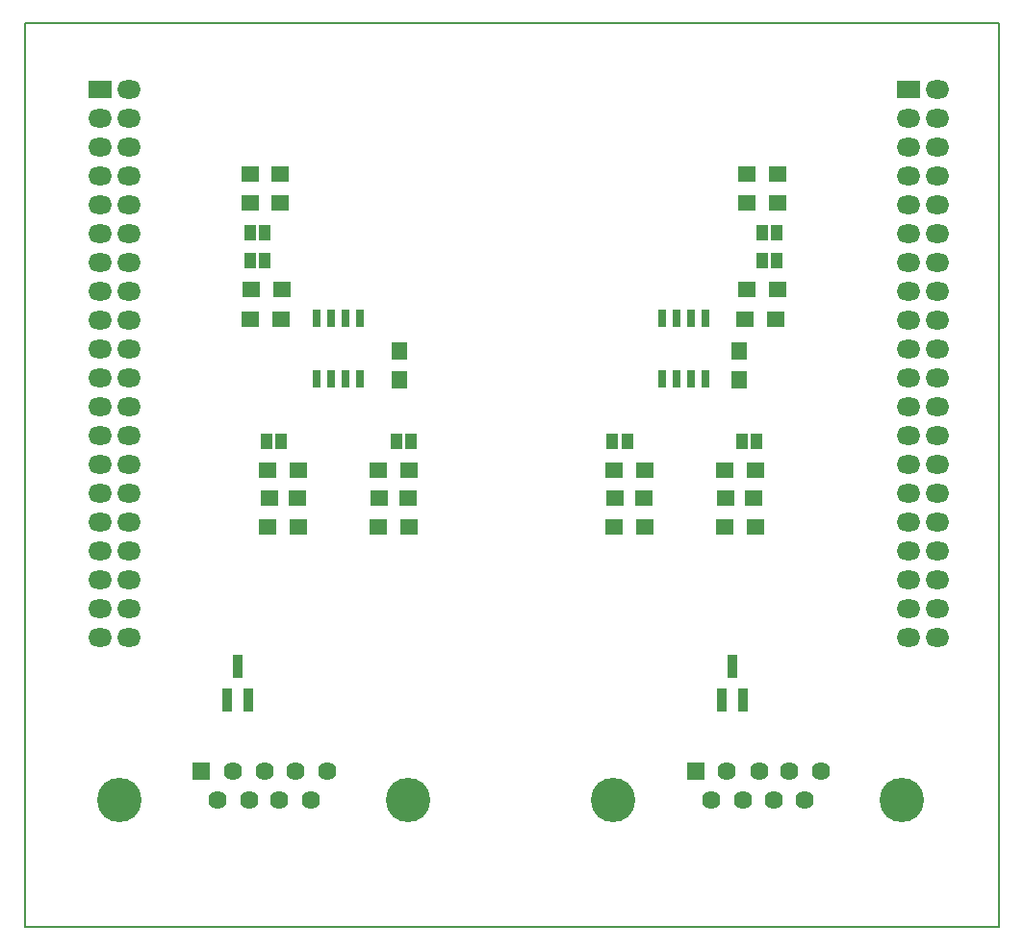
<source format=gbr>
G04 #@! TF.FileFunction,Soldermask,Top*
%FSLAX46Y46*%
G04 Gerber Fmt 4.6, Leading zero omitted, Abs format (unit mm)*
G04 Created by KiCad (PCBNEW 4.0.7-e2-6376~58~ubuntu16.04.1) date Thu Oct 11 01:20:23 2018*
%MOMM*%
%LPD*%
G01*
G04 APERTURE LIST*
%ADD10C,0.100000*%
%ADD11C,0.150000*%
%ADD12R,1.600000X1.400000*%
%ADD13R,1.600000X1.350000*%
%ADD14R,1.350000X1.600000*%
%ADD15R,1.070000X1.370000*%
%ADD16C,3.910000*%
%ADD17R,1.620000X1.620000*%
%ADD18C,1.620000*%
%ADD19R,0.700000X1.650000*%
%ADD20R,0.900000X2.000000*%
%ADD21R,2.100000X1.624000*%
%ADD22O,2.100000X1.624000*%
G04 APERTURE END LIST*
D10*
D11*
X151500000Y-133950000D02*
X65800000Y-133950000D01*
X65800000Y-133950000D02*
X65800000Y-54395000D01*
X151500000Y-54395000D02*
X151500000Y-133950000D01*
X65800000Y-54395000D02*
X151500000Y-54395000D01*
D12*
X88300000Y-80450000D03*
X85600000Y-80450000D03*
X129250000Y-67650000D03*
X131950000Y-67650000D03*
X85650000Y-77850000D03*
X88350000Y-77850000D03*
X131950000Y-70250000D03*
X129250000Y-70250000D03*
D13*
X117700000Y-96250000D03*
X120200000Y-96250000D03*
X127400000Y-96250000D03*
X129900000Y-96250000D03*
X99450000Y-96250000D03*
X96950000Y-96250000D03*
X89750000Y-96250000D03*
X87250000Y-96250000D03*
D14*
X128600000Y-83300000D03*
X128600000Y-85800000D03*
X98700000Y-83300000D03*
X98700000Y-85800000D03*
D15*
X85560000Y-72850000D03*
X86840000Y-72850000D03*
X85560000Y-75350000D03*
X86840000Y-75350000D03*
X131900000Y-75350000D03*
X130620000Y-75350000D03*
X131900000Y-72850000D03*
X130620000Y-72850000D03*
D16*
X117510000Y-122850000D03*
X142910000Y-122850000D03*
D17*
X124750000Y-120310000D03*
D18*
X127540000Y-120310000D03*
X130340000Y-120310000D03*
X133000000Y-120310000D03*
X135800000Y-120310000D03*
X134400000Y-122850000D03*
X131610000Y-122850000D03*
X128940000Y-122850000D03*
X126150000Y-122850000D03*
D16*
X74050000Y-122850000D03*
X99450000Y-122850000D03*
D17*
X81290000Y-120310000D03*
D18*
X84080000Y-120310000D03*
X86880000Y-120310000D03*
X89540000Y-120310000D03*
X92340000Y-120310000D03*
X90940000Y-122850000D03*
X88150000Y-122850000D03*
X85480000Y-122850000D03*
X82690000Y-122850000D03*
D15*
X128860000Y-91250000D03*
X130140000Y-91250000D03*
X117460000Y-91250000D03*
X118740000Y-91250000D03*
X98460000Y-91250000D03*
X99740000Y-91250000D03*
X87060000Y-91250000D03*
X88340000Y-91250000D03*
D12*
X120300000Y-93750000D03*
X117600000Y-93750000D03*
X120300000Y-98750000D03*
X117600000Y-98750000D03*
X89850000Y-98750000D03*
X87150000Y-98750000D03*
X89850000Y-93750000D03*
X87150000Y-93750000D03*
X130000000Y-93750000D03*
X127300000Y-93750000D03*
X130000000Y-98750000D03*
X127300000Y-98750000D03*
X99550000Y-98750000D03*
X96850000Y-98750000D03*
X99550000Y-93750000D03*
X96850000Y-93750000D03*
D19*
X125605000Y-80350000D03*
X124335000Y-80350000D03*
X123065000Y-80350000D03*
X121795000Y-80350000D03*
X121795000Y-85750000D03*
X123065000Y-85750000D03*
X124335000Y-85750000D03*
X125605000Y-85750000D03*
X95205000Y-80350000D03*
X93935000Y-80350000D03*
X92665000Y-80350000D03*
X91395000Y-80350000D03*
X91395000Y-85750000D03*
X92665000Y-85750000D03*
X93935000Y-85750000D03*
X95205000Y-85750000D03*
D20*
X83550000Y-114000000D03*
X85450000Y-114000000D03*
X84500000Y-111000000D03*
X127050000Y-114000000D03*
X128950000Y-114000000D03*
X128000000Y-111000000D03*
D12*
X131950000Y-77850000D03*
X129250000Y-77850000D03*
X85550000Y-70250000D03*
X88250000Y-70250000D03*
X129150000Y-80450000D03*
X131850000Y-80450000D03*
X88250000Y-67650000D03*
X85550000Y-67650000D03*
D21*
X143520000Y-60210000D03*
D22*
X146060000Y-60210000D03*
X143520000Y-72910000D03*
X146060000Y-62750000D03*
X143520000Y-75450000D03*
X146060000Y-65290000D03*
X143520000Y-77990000D03*
X146060000Y-67830000D03*
X143520000Y-80530000D03*
X146060000Y-70370000D03*
X143520000Y-83070000D03*
X146060000Y-72910000D03*
X143520000Y-85610000D03*
X146060000Y-75450000D03*
X143520000Y-88150000D03*
X146060000Y-77990000D03*
X143520000Y-90690000D03*
X146060000Y-80530000D03*
X143520000Y-93230000D03*
X146060000Y-83070000D03*
X143520000Y-95770000D03*
X146060000Y-85610000D03*
X143520000Y-98310000D03*
X146060000Y-88150000D03*
X146060000Y-90690000D03*
X143520000Y-100850000D03*
X146060000Y-93230000D03*
X146060000Y-98310000D03*
X146060000Y-100850000D03*
X146060000Y-103390000D03*
X146060000Y-105930000D03*
X143520000Y-103390000D03*
X143520000Y-105930000D03*
X143520000Y-62750000D03*
X143520000Y-65290000D03*
X143520000Y-67830000D03*
X143520000Y-70370000D03*
X143520000Y-108470000D03*
X146060000Y-108470000D03*
X146060000Y-95770000D03*
D21*
X72400000Y-60210000D03*
D22*
X74940000Y-60210000D03*
X72400000Y-62750000D03*
X74940000Y-62750000D03*
X72400000Y-65290000D03*
X74940000Y-65290000D03*
X72400000Y-67830000D03*
X74940000Y-67830000D03*
X72400000Y-70370000D03*
X74940000Y-70370000D03*
X72400000Y-72910000D03*
X74940000Y-72910000D03*
X72400000Y-75450000D03*
X74940000Y-75450000D03*
X72400000Y-77990000D03*
X74940000Y-77990000D03*
X72400000Y-80530000D03*
X74940000Y-80530000D03*
X72400000Y-83070000D03*
X74940000Y-83070000D03*
X72400000Y-85610000D03*
X74940000Y-85610000D03*
X72400000Y-88150000D03*
X74940000Y-88150000D03*
X72400000Y-90690000D03*
X74940000Y-90690000D03*
X72400000Y-93230000D03*
X74940000Y-93230000D03*
X72400000Y-95770000D03*
X74940000Y-95770000D03*
X72400000Y-98310000D03*
X74940000Y-98310000D03*
X72400000Y-100850000D03*
X74940000Y-100850000D03*
X72400000Y-103390000D03*
X74940000Y-103390000D03*
X72400000Y-105930000D03*
X74940000Y-105930000D03*
X72400000Y-108470000D03*
X74940000Y-108470000D03*
M02*

</source>
